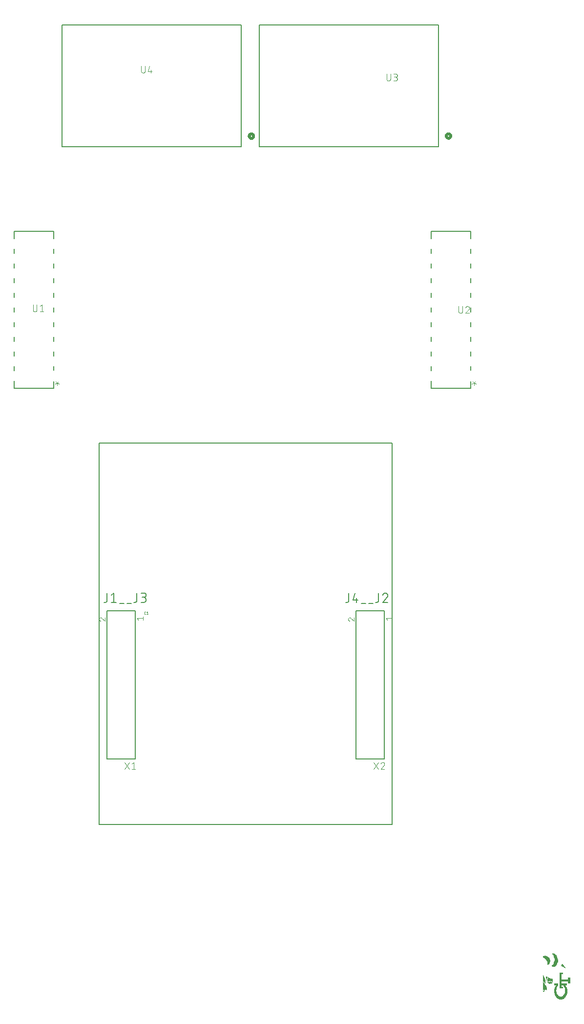
<source format=gbr>
G04 EAGLE Gerber RS-274X export*
G75*
%MOMM*%
%FSLAX34Y34*%
%LPD*%
%INSilkscreen Top*%
%IPPOS*%
%AMOC8*
5,1,8,0,0,1.08239X$1,22.5*%
G01*
%ADD10R,0.050800X1.016000*%
%ADD11R,0.050800X1.066800*%
%ADD12R,0.050800X0.355600*%
%ADD13R,0.050800X0.152400*%
%ADD14R,0.050800X0.863600*%
%ADD15R,0.050800X1.168400*%
%ADD16R,0.050800X1.371600*%
%ADD17R,0.050800X0.304800*%
%ADD18R,0.050800X1.574800*%
%ADD19R,0.050800X1.778000*%
%ADD20R,0.050800X1.930400*%
%ADD21R,0.050800X2.387600*%
%ADD22R,0.050800X0.050800*%
%ADD23R,0.050800X0.914400*%
%ADD24R,0.050800X0.762000*%
%ADD25R,0.050800X0.711200*%
%ADD26R,0.050800X0.660400*%
%ADD27R,0.050800X0.203200*%
%ADD28R,0.050800X0.558800*%
%ADD29R,0.050800X0.609600*%
%ADD30R,0.050800X0.508000*%
%ADD31R,0.050800X0.406400*%
%ADD32R,0.050800X0.254000*%
%ADD33R,0.050800X0.457200*%
%ADD34R,0.050800X2.692400*%
%ADD35R,0.050800X1.219200*%
%ADD36R,0.050800X1.422400*%
%ADD37R,0.050800X0.812800*%
%ADD38R,0.050800X0.965200*%
%ADD39R,0.050800X1.828800*%
%ADD40R,0.050800X1.879600*%
%ADD41R,0.050800X1.727200*%
%ADD42R,0.050800X1.981200*%
%ADD43R,0.050800X2.032000*%
%ADD44R,0.050800X2.133600*%
%ADD45R,0.050800X1.117600*%
%ADD46R,0.050800X0.101600*%
%ADD47R,0.050800X1.320800*%
%ADD48R,0.050800X1.270000*%
%ADD49C,0.152400*%
%ADD50C,0.203200*%
%ADD51C,0.076200*%
%ADD52C,0.101600*%
%ADD53C,0.050800*%
%ADD54C,0.508000*%


D10*
X531114Y-668020D03*
D11*
X530606Y-667766D03*
X530098Y-667766D03*
X529590Y-667766D03*
X529082Y-667766D03*
X528574Y-667766D03*
X528066Y-667766D03*
D12*
X527558Y-667766D03*
X527050Y-667766D03*
D13*
X526542Y-686562D03*
D12*
X526542Y-667766D03*
D14*
X526034Y-686562D03*
D12*
X526034Y-667766D03*
D15*
X525526Y-686562D03*
D12*
X525526Y-667766D03*
D16*
X525018Y-686562D03*
D17*
X525018Y-674624D03*
D12*
X525018Y-667766D03*
D18*
X524510Y-686562D03*
D12*
X524510Y-674878D03*
X524510Y-667766D03*
D19*
X524002Y-686562D03*
D12*
X524002Y-674878D03*
X524002Y-667766D03*
D20*
X523494Y-686816D03*
D12*
X523494Y-674878D03*
X523494Y-667766D03*
D21*
X522986Y-685038D03*
D12*
X522986Y-667766D03*
D22*
X522986Y-646430D03*
D23*
X522478Y-692912D03*
X522478Y-677672D03*
D12*
X522478Y-667766D03*
D22*
X522478Y-645922D03*
D24*
X521970Y-694182D03*
X521970Y-676910D03*
D12*
X521970Y-667766D03*
D13*
X521970Y-645414D03*
D25*
X521462Y-694944D03*
D26*
X521462Y-676402D03*
D12*
X521462Y-667766D03*
D27*
X521462Y-644652D03*
D25*
X520954Y-695452D03*
D28*
X520954Y-675894D03*
D12*
X520954Y-667766D03*
D27*
X520954Y-644144D03*
D29*
X520446Y-695960D03*
D30*
X520446Y-675640D03*
D12*
X520446Y-667766D03*
D17*
X520446Y-643636D03*
D29*
X519938Y-696468D03*
D31*
X519938Y-675132D03*
D12*
X519938Y-667766D03*
D17*
X519938Y-643128D03*
D29*
X519430Y-696976D03*
D12*
X519430Y-674878D03*
X519430Y-667766D03*
D17*
X519430Y-642620D03*
D28*
X518922Y-697230D03*
D32*
X518922Y-680466D03*
D12*
X518922Y-674878D03*
X518922Y-667766D03*
D27*
X518922Y-655828D03*
D31*
X518922Y-642112D03*
D28*
X518414Y-697230D03*
D32*
X518414Y-680466D03*
D12*
X518414Y-674878D03*
X518414Y-667766D03*
D32*
X518414Y-656082D03*
D31*
X518414Y-641604D03*
D28*
X517906Y-697738D03*
D32*
X517906Y-680466D03*
D12*
X517906Y-674878D03*
X517906Y-667766D03*
D32*
X517906Y-656082D03*
D33*
X517906Y-641350D03*
D30*
X517398Y-697992D03*
D32*
X517398Y-680466D03*
D12*
X517398Y-674878D03*
X517398Y-667766D03*
D32*
X517398Y-656082D03*
D31*
X517398Y-641096D03*
D30*
X516890Y-697992D03*
D32*
X516890Y-680466D03*
D12*
X516890Y-674878D03*
X516890Y-667766D03*
D32*
X516890Y-656082D03*
X516890Y-641858D03*
D30*
X516382Y-697992D03*
D34*
X516382Y-668274D03*
D13*
X516382Y-642366D03*
D28*
X515874Y-698246D03*
D34*
X515874Y-668274D03*
D28*
X515366Y-698246D03*
D34*
X515366Y-668274D03*
D28*
X514858Y-698246D03*
D34*
X514858Y-668274D03*
D28*
X514350Y-698246D03*
D34*
X514350Y-668274D03*
D30*
X513842Y-697992D03*
D34*
X513842Y-668274D03*
D30*
X513334Y-697992D03*
D34*
X513334Y-668274D03*
D30*
X512826Y-697992D03*
D28*
X512318Y-697738D03*
D30*
X511810Y-697484D03*
D28*
X511302Y-697230D03*
X510794Y-696722D03*
X510286Y-696722D03*
D12*
X510286Y-674878D03*
D29*
X509778Y-695960D03*
D31*
X509778Y-675132D03*
D33*
X509778Y-633730D03*
D29*
X509270Y-695452D03*
D30*
X509270Y-675640D03*
D23*
X509270Y-633476D03*
D26*
X508762Y-695198D03*
D28*
X508762Y-675894D03*
D35*
X508762Y-633476D03*
D25*
X508254Y-694436D03*
X508254Y-676656D03*
D36*
X508254Y-633476D03*
D37*
X507746Y-693420D03*
X507746Y-677164D03*
D18*
X507746Y-633222D03*
D38*
X507238Y-692150D03*
D25*
X507238Y-680212D03*
D17*
X507238Y-674624D03*
D19*
X507238Y-633222D03*
D39*
X506730Y-686816D03*
D17*
X506730Y-674624D03*
D40*
X506730Y-633222D03*
D41*
X506222Y-686816D03*
D17*
X506222Y-674624D03*
D42*
X506222Y-633222D03*
D18*
X505714Y-686562D03*
D17*
X505714Y-674624D03*
D43*
X505714Y-632968D03*
D16*
X505206Y-686562D03*
D17*
X505206Y-674624D03*
D44*
X505206Y-632968D03*
D45*
X504698Y-686308D03*
D17*
X504698Y-674624D03*
D44*
X504698Y-632968D03*
D24*
X504190Y-686562D03*
D17*
X504190Y-674624D03*
D10*
X504190Y-639064D03*
D37*
X504190Y-625856D03*
X503682Y-640080D03*
D29*
X503682Y-624840D03*
D26*
X503174Y-640842D03*
D33*
X503174Y-624078D03*
D28*
X502666Y-641350D03*
D31*
X502666Y-623316D03*
D33*
X502158Y-641858D03*
D17*
X502158Y-622808D03*
D31*
X501650Y-642112D03*
D32*
X501650Y-622554D03*
D17*
X501142Y-667512D03*
X501142Y-642112D03*
D27*
X501142Y-622300D03*
D22*
X500634Y-671322D03*
D30*
X500634Y-667512D03*
D32*
X500634Y-642366D03*
D46*
X500634Y-622300D03*
D13*
X500126Y-671830D03*
D28*
X500126Y-667258D03*
D13*
X500126Y-642366D03*
X499618Y-671830D03*
D30*
X499618Y-667004D03*
D46*
X499618Y-642620D03*
D32*
X499110Y-671830D03*
D33*
X499110Y-666750D03*
D12*
X498602Y-671830D03*
D31*
X498602Y-667004D03*
D12*
X498094Y-671830D03*
D31*
X498094Y-667004D03*
X497586Y-671576D03*
D17*
X497586Y-667004D03*
D31*
X497078Y-671576D03*
D33*
X497078Y-666750D03*
D12*
X496570Y-671830D03*
D30*
X496570Y-666496D03*
D31*
X496570Y-633984D03*
D12*
X496062Y-671830D03*
D30*
X496062Y-666496D03*
D25*
X496062Y-633984D03*
D12*
X495554Y-671830D03*
D30*
X495554Y-666496D03*
D23*
X495554Y-633984D03*
D17*
X495046Y-672084D03*
D30*
X495046Y-666496D03*
D10*
X495046Y-633984D03*
D32*
X494538Y-671830D03*
D28*
X494538Y-666750D03*
D45*
X494538Y-633984D03*
D32*
X494030Y-671830D03*
D26*
X494030Y-666242D03*
D35*
X494030Y-633984D03*
D27*
X493522Y-671576D03*
D25*
X493522Y-665988D03*
D47*
X493522Y-633984D03*
D13*
X493014Y-671322D03*
D26*
X493014Y-665734D03*
D36*
X493014Y-633984D03*
D46*
X492506Y-670560D03*
D17*
X492506Y-667004D03*
D16*
X492506Y-633730D03*
D11*
X491998Y-631698D03*
D17*
X491490Y-662940D03*
D14*
X491490Y-630682D03*
D27*
X490982Y-682752D03*
D29*
X490982Y-664464D03*
D37*
X490982Y-629920D03*
D33*
X490474Y-681990D03*
D30*
X490474Y-663956D03*
D25*
X490474Y-629412D03*
D28*
X489966Y-681482D03*
D12*
X489966Y-663194D03*
D26*
X489966Y-629158D03*
X489458Y-680974D03*
D46*
X489458Y-661924D03*
D29*
X489458Y-628904D03*
D24*
X488950Y-680466D03*
D29*
X488950Y-628396D03*
D14*
X488442Y-679958D03*
D28*
X488442Y-670814D03*
X488442Y-628142D03*
D23*
X487934Y-679704D03*
D25*
X487934Y-669544D03*
D30*
X487934Y-627888D03*
D22*
X487426Y-686054D03*
D38*
X487426Y-679450D03*
D37*
X487426Y-668528D03*
D33*
X487426Y-627634D03*
D22*
X486918Y-686054D03*
D11*
X486918Y-678942D03*
D14*
X486918Y-667766D03*
D12*
X486918Y-627634D03*
D46*
X486410Y-686308D03*
D45*
X486410Y-678688D03*
D23*
X486410Y-666496D03*
D12*
X486410Y-627634D03*
D46*
X485902Y-686308D03*
D15*
X485902Y-678434D03*
D38*
X485902Y-665734D03*
D17*
X485902Y-627380D03*
D46*
X485394Y-686308D03*
D48*
X485394Y-677926D03*
D38*
X485394Y-665226D03*
D17*
X485394Y-627380D03*
D46*
X484886Y-686308D03*
D47*
X484886Y-677672D03*
D38*
X484886Y-664210D03*
D32*
X484886Y-627634D03*
D13*
X484378Y-686562D03*
D16*
X484378Y-677418D03*
D10*
X484378Y-663448D03*
D27*
X484378Y-627380D03*
D49*
X222250Y-397510D02*
X-285750Y-397510D01*
X222250Y-397510D02*
X222250Y262890D01*
X-285750Y262890D01*
X-285750Y-397510D01*
X-271949Y-9596D02*
X-271949Y3048D01*
X-271950Y-9596D02*
X-271952Y-9714D01*
X-271958Y-9832D01*
X-271967Y-9950D01*
X-271981Y-10067D01*
X-271998Y-10184D01*
X-272019Y-10301D01*
X-272044Y-10416D01*
X-272073Y-10531D01*
X-272106Y-10645D01*
X-272142Y-10757D01*
X-272182Y-10868D01*
X-272225Y-10978D01*
X-272272Y-11087D01*
X-272322Y-11194D01*
X-272377Y-11299D01*
X-272434Y-11402D01*
X-272495Y-11503D01*
X-272559Y-11603D01*
X-272626Y-11700D01*
X-272696Y-11795D01*
X-272770Y-11887D01*
X-272846Y-11978D01*
X-272926Y-12065D01*
X-273008Y-12150D01*
X-273093Y-12232D01*
X-273180Y-12312D01*
X-273271Y-12388D01*
X-273363Y-12462D01*
X-273458Y-12532D01*
X-273555Y-12599D01*
X-273655Y-12663D01*
X-273756Y-12724D01*
X-273859Y-12781D01*
X-273964Y-12836D01*
X-274071Y-12886D01*
X-274180Y-12933D01*
X-274290Y-12976D01*
X-274401Y-13016D01*
X-274513Y-13052D01*
X-274627Y-13085D01*
X-274742Y-13114D01*
X-274857Y-13139D01*
X-274974Y-13160D01*
X-275091Y-13177D01*
X-275208Y-13191D01*
X-275326Y-13200D01*
X-275444Y-13206D01*
X-275562Y-13208D01*
X-277368Y-13208D01*
X-264882Y-564D02*
X-260367Y3048D01*
X-260367Y-13208D01*
X-264882Y-13208D02*
X-255851Y-13208D01*
X-249911Y-15014D02*
X-242686Y-15014D01*
X-237406Y-15014D02*
X-230181Y-15014D01*
X-220366Y-9596D02*
X-220366Y3048D01*
X-220367Y-9596D02*
X-220369Y-9714D01*
X-220375Y-9832D01*
X-220384Y-9950D01*
X-220398Y-10067D01*
X-220415Y-10184D01*
X-220436Y-10301D01*
X-220461Y-10416D01*
X-220490Y-10531D01*
X-220523Y-10645D01*
X-220559Y-10757D01*
X-220599Y-10868D01*
X-220642Y-10978D01*
X-220689Y-11087D01*
X-220739Y-11194D01*
X-220794Y-11299D01*
X-220851Y-11402D01*
X-220912Y-11503D01*
X-220976Y-11603D01*
X-221043Y-11700D01*
X-221113Y-11795D01*
X-221187Y-11887D01*
X-221263Y-11978D01*
X-221343Y-12065D01*
X-221425Y-12150D01*
X-221510Y-12232D01*
X-221597Y-12312D01*
X-221688Y-12388D01*
X-221780Y-12462D01*
X-221875Y-12532D01*
X-221972Y-12599D01*
X-222072Y-12663D01*
X-222173Y-12724D01*
X-222276Y-12781D01*
X-222381Y-12836D01*
X-222488Y-12886D01*
X-222597Y-12933D01*
X-222707Y-12976D01*
X-222818Y-13016D01*
X-222930Y-13052D01*
X-223044Y-13085D01*
X-223159Y-13114D01*
X-223274Y-13139D01*
X-223391Y-13160D01*
X-223508Y-13177D01*
X-223625Y-13191D01*
X-223743Y-13200D01*
X-223861Y-13206D01*
X-223979Y-13208D01*
X-225785Y-13208D01*
X-213299Y-13208D02*
X-208784Y-13208D01*
X-208651Y-13206D01*
X-208519Y-13200D01*
X-208387Y-13190D01*
X-208255Y-13177D01*
X-208123Y-13159D01*
X-207993Y-13138D01*
X-207862Y-13113D01*
X-207733Y-13084D01*
X-207605Y-13051D01*
X-207477Y-13015D01*
X-207351Y-12975D01*
X-207226Y-12931D01*
X-207102Y-12883D01*
X-206980Y-12832D01*
X-206859Y-12777D01*
X-206740Y-12719D01*
X-206622Y-12657D01*
X-206507Y-12592D01*
X-206393Y-12523D01*
X-206282Y-12452D01*
X-206173Y-12376D01*
X-206066Y-12298D01*
X-205961Y-12217D01*
X-205859Y-12132D01*
X-205759Y-12045D01*
X-205662Y-11955D01*
X-205567Y-11862D01*
X-205476Y-11766D01*
X-205387Y-11668D01*
X-205301Y-11567D01*
X-205218Y-11463D01*
X-205138Y-11357D01*
X-205062Y-11249D01*
X-204988Y-11139D01*
X-204918Y-11026D01*
X-204851Y-10912D01*
X-204788Y-10795D01*
X-204728Y-10677D01*
X-204671Y-10557D01*
X-204618Y-10435D01*
X-204569Y-10312D01*
X-204523Y-10188D01*
X-204481Y-10062D01*
X-204443Y-9935D01*
X-204408Y-9807D01*
X-204377Y-9678D01*
X-204350Y-9549D01*
X-204327Y-9418D01*
X-204307Y-9287D01*
X-204292Y-9155D01*
X-204280Y-9023D01*
X-204272Y-8891D01*
X-204268Y-8758D01*
X-204268Y-8626D01*
X-204272Y-8493D01*
X-204280Y-8361D01*
X-204292Y-8229D01*
X-204307Y-8097D01*
X-204327Y-7966D01*
X-204350Y-7835D01*
X-204377Y-7706D01*
X-204408Y-7577D01*
X-204443Y-7449D01*
X-204481Y-7322D01*
X-204523Y-7196D01*
X-204569Y-7072D01*
X-204618Y-6949D01*
X-204671Y-6827D01*
X-204728Y-6707D01*
X-204788Y-6589D01*
X-204851Y-6472D01*
X-204918Y-6358D01*
X-204988Y-6245D01*
X-205062Y-6135D01*
X-205138Y-6027D01*
X-205218Y-5921D01*
X-205301Y-5817D01*
X-205387Y-5716D01*
X-205476Y-5618D01*
X-205567Y-5522D01*
X-205662Y-5429D01*
X-205759Y-5339D01*
X-205859Y-5252D01*
X-205961Y-5167D01*
X-206066Y-5086D01*
X-206173Y-5008D01*
X-206282Y-4932D01*
X-206393Y-4861D01*
X-206507Y-4792D01*
X-206622Y-4727D01*
X-206740Y-4665D01*
X-206859Y-4607D01*
X-206980Y-4552D01*
X-207102Y-4501D01*
X-207226Y-4453D01*
X-207351Y-4409D01*
X-207477Y-4369D01*
X-207605Y-4333D01*
X-207733Y-4300D01*
X-207862Y-4271D01*
X-207993Y-4246D01*
X-208123Y-4225D01*
X-208255Y-4207D01*
X-208387Y-4194D01*
X-208519Y-4184D01*
X-208651Y-4178D01*
X-208784Y-4176D01*
X-207881Y3048D02*
X-213299Y3048D01*
X-207881Y3048D02*
X-207762Y3046D01*
X-207642Y3040D01*
X-207523Y3030D01*
X-207405Y3016D01*
X-207286Y2999D01*
X-207169Y2977D01*
X-207052Y2952D01*
X-206937Y2922D01*
X-206822Y2889D01*
X-206708Y2852D01*
X-206596Y2812D01*
X-206485Y2767D01*
X-206376Y2719D01*
X-206268Y2668D01*
X-206162Y2613D01*
X-206058Y2554D01*
X-205956Y2492D01*
X-205856Y2427D01*
X-205758Y2358D01*
X-205662Y2286D01*
X-205569Y2211D01*
X-205479Y2134D01*
X-205391Y2053D01*
X-205306Y1969D01*
X-205224Y1882D01*
X-205144Y1793D01*
X-205068Y1701D01*
X-204994Y1607D01*
X-204924Y1510D01*
X-204857Y1412D01*
X-204793Y1311D01*
X-204733Y1207D01*
X-204676Y1102D01*
X-204623Y995D01*
X-204573Y887D01*
X-204527Y777D01*
X-204485Y665D01*
X-204446Y552D01*
X-204411Y438D01*
X-204380Y323D01*
X-204352Y206D01*
X-204329Y89D01*
X-204309Y-28D01*
X-204293Y-147D01*
X-204281Y-266D01*
X-204273Y-385D01*
X-204269Y-504D01*
X-204269Y-624D01*
X-204273Y-743D01*
X-204281Y-862D01*
X-204293Y-981D01*
X-204309Y-1100D01*
X-204329Y-1217D01*
X-204352Y-1334D01*
X-204380Y-1451D01*
X-204411Y-1566D01*
X-204446Y-1680D01*
X-204485Y-1793D01*
X-204527Y-1905D01*
X-204573Y-2015D01*
X-204623Y-2123D01*
X-204676Y-2230D01*
X-204733Y-2335D01*
X-204793Y-2439D01*
X-204857Y-2540D01*
X-204924Y-2638D01*
X-204994Y-2735D01*
X-205068Y-2829D01*
X-205144Y-2921D01*
X-205224Y-3010D01*
X-205306Y-3097D01*
X-205391Y-3181D01*
X-205479Y-3262D01*
X-205569Y-3339D01*
X-205662Y-3414D01*
X-205758Y-3486D01*
X-205856Y-3555D01*
X-205956Y-3620D01*
X-206058Y-3682D01*
X-206162Y-3741D01*
X-206268Y-3796D01*
X-206376Y-3847D01*
X-206485Y-3895D01*
X-206596Y-3940D01*
X-206708Y-3980D01*
X-206822Y-4017D01*
X-206937Y-4050D01*
X-207052Y-4080D01*
X-207169Y-4105D01*
X-207286Y-4127D01*
X-207405Y-4144D01*
X-207523Y-4158D01*
X-207642Y-4168D01*
X-207762Y-4174D01*
X-207881Y-4176D01*
X-207881Y-4177D02*
X-211493Y-4177D01*
X147151Y-9596D02*
X147151Y3048D01*
X147150Y-9596D02*
X147148Y-9714D01*
X147142Y-9832D01*
X147133Y-9950D01*
X147119Y-10067D01*
X147102Y-10184D01*
X147081Y-10301D01*
X147056Y-10416D01*
X147027Y-10531D01*
X146994Y-10645D01*
X146958Y-10757D01*
X146918Y-10868D01*
X146875Y-10978D01*
X146828Y-11087D01*
X146778Y-11194D01*
X146723Y-11299D01*
X146666Y-11402D01*
X146605Y-11503D01*
X146541Y-11603D01*
X146474Y-11700D01*
X146404Y-11795D01*
X146330Y-11887D01*
X146254Y-11978D01*
X146174Y-12065D01*
X146092Y-12150D01*
X146007Y-12232D01*
X145920Y-12312D01*
X145829Y-12388D01*
X145737Y-12462D01*
X145642Y-12532D01*
X145545Y-12599D01*
X145445Y-12663D01*
X145344Y-12724D01*
X145241Y-12781D01*
X145136Y-12836D01*
X145029Y-12886D01*
X144920Y-12933D01*
X144810Y-12976D01*
X144699Y-13016D01*
X144587Y-13052D01*
X144473Y-13085D01*
X144358Y-13114D01*
X144243Y-13139D01*
X144126Y-13160D01*
X144009Y-13177D01*
X143892Y-13191D01*
X143774Y-13200D01*
X143656Y-13206D01*
X143538Y-13208D01*
X141732Y-13208D01*
X154218Y-9596D02*
X157830Y3048D01*
X154218Y-9596D02*
X163249Y-9596D01*
X160539Y-13208D02*
X160539Y-5983D01*
X169189Y-15014D02*
X176414Y-15014D01*
X181694Y-15014D02*
X188919Y-15014D01*
X198734Y-9596D02*
X198734Y3048D01*
X198733Y-9596D02*
X198731Y-9714D01*
X198725Y-9832D01*
X198716Y-9950D01*
X198702Y-10067D01*
X198685Y-10184D01*
X198664Y-10301D01*
X198639Y-10416D01*
X198610Y-10531D01*
X198577Y-10645D01*
X198541Y-10757D01*
X198501Y-10868D01*
X198458Y-10978D01*
X198411Y-11087D01*
X198361Y-11194D01*
X198306Y-11299D01*
X198249Y-11402D01*
X198188Y-11503D01*
X198124Y-11603D01*
X198057Y-11700D01*
X197987Y-11795D01*
X197913Y-11887D01*
X197837Y-11978D01*
X197757Y-12065D01*
X197675Y-12150D01*
X197590Y-12232D01*
X197503Y-12312D01*
X197412Y-12388D01*
X197320Y-12462D01*
X197225Y-12532D01*
X197128Y-12599D01*
X197028Y-12663D01*
X196927Y-12724D01*
X196824Y-12781D01*
X196719Y-12836D01*
X196612Y-12886D01*
X196503Y-12933D01*
X196393Y-12976D01*
X196282Y-13016D01*
X196170Y-13052D01*
X196056Y-13085D01*
X195941Y-13114D01*
X195826Y-13139D01*
X195709Y-13160D01*
X195592Y-13177D01*
X195475Y-13191D01*
X195357Y-13200D01*
X195239Y-13206D01*
X195121Y-13208D01*
X193315Y-13208D01*
X210768Y3048D02*
X210893Y3046D01*
X211018Y3040D01*
X211143Y3031D01*
X211267Y3017D01*
X211391Y3000D01*
X211515Y2979D01*
X211637Y2954D01*
X211759Y2925D01*
X211880Y2893D01*
X212000Y2857D01*
X212119Y2817D01*
X212236Y2774D01*
X212352Y2727D01*
X212467Y2676D01*
X212579Y2622D01*
X212691Y2564D01*
X212800Y2504D01*
X212907Y2439D01*
X213013Y2372D01*
X213116Y2301D01*
X213217Y2227D01*
X213316Y2150D01*
X213412Y2070D01*
X213506Y1987D01*
X213597Y1902D01*
X213686Y1813D01*
X213771Y1722D01*
X213854Y1628D01*
X213934Y1532D01*
X214011Y1433D01*
X214085Y1332D01*
X214156Y1229D01*
X214223Y1123D01*
X214288Y1016D01*
X214348Y907D01*
X214406Y795D01*
X214460Y683D01*
X214511Y568D01*
X214558Y452D01*
X214601Y335D01*
X214641Y216D01*
X214677Y96D01*
X214709Y-25D01*
X214738Y-147D01*
X214763Y-269D01*
X214784Y-393D01*
X214801Y-517D01*
X214815Y-641D01*
X214824Y-766D01*
X214830Y-891D01*
X214832Y-1016D01*
X210768Y3048D02*
X210625Y3046D01*
X210483Y3040D01*
X210340Y3030D01*
X210198Y3017D01*
X210057Y2999D01*
X209915Y2978D01*
X209775Y2953D01*
X209635Y2924D01*
X209496Y2891D01*
X209358Y2854D01*
X209221Y2814D01*
X209086Y2770D01*
X208951Y2722D01*
X208818Y2670D01*
X208686Y2615D01*
X208556Y2556D01*
X208428Y2494D01*
X208301Y2428D01*
X208176Y2359D01*
X208053Y2287D01*
X207933Y2211D01*
X207814Y2132D01*
X207697Y2049D01*
X207583Y1964D01*
X207471Y1875D01*
X207362Y1784D01*
X207255Y1689D01*
X207150Y1592D01*
X207049Y1491D01*
X206950Y1388D01*
X206854Y1283D01*
X206761Y1174D01*
X206671Y1063D01*
X206584Y950D01*
X206500Y835D01*
X206420Y717D01*
X206342Y597D01*
X206268Y475D01*
X206198Y351D01*
X206130Y225D01*
X206067Y97D01*
X206006Y-32D01*
X205949Y-163D01*
X205896Y-295D01*
X205847Y-429D01*
X205801Y-564D01*
X213477Y-4177D02*
X213571Y-4085D01*
X213661Y-3991D01*
X213749Y-3894D01*
X213834Y-3794D01*
X213916Y-3692D01*
X213994Y-3587D01*
X214070Y-3480D01*
X214142Y-3371D01*
X214211Y-3260D01*
X214277Y-3146D01*
X214339Y-3031D01*
X214398Y-2914D01*
X214453Y-2795D01*
X214504Y-2675D01*
X214552Y-2553D01*
X214597Y-2430D01*
X214637Y-2306D01*
X214674Y-2180D01*
X214707Y-2053D01*
X214736Y-1926D01*
X214762Y-1797D01*
X214783Y-1668D01*
X214801Y-1538D01*
X214814Y-1408D01*
X214824Y-1278D01*
X214830Y-1147D01*
X214832Y-1016D01*
X213477Y-4177D02*
X205801Y-13208D01*
X214832Y-13208D01*
D50*
X-271900Y-27920D02*
X-271900Y-284500D01*
X-271900Y-27920D02*
X-223400Y-27920D01*
X-223400Y-284500D01*
X-271900Y-284500D01*
D51*
X-217814Y-43609D02*
X-220089Y-40765D01*
X-209851Y-40765D01*
X-209851Y-43609D02*
X-209851Y-37921D01*
X-283150Y-39671D02*
X-283251Y-39673D01*
X-283351Y-39679D01*
X-283451Y-39689D01*
X-283550Y-39703D01*
X-283649Y-39720D01*
X-283748Y-39742D01*
X-283845Y-39767D01*
X-283941Y-39796D01*
X-284036Y-39829D01*
X-284130Y-39866D01*
X-284222Y-39906D01*
X-284312Y-39950D01*
X-284401Y-39997D01*
X-284488Y-40048D01*
X-284572Y-40102D01*
X-284655Y-40160D01*
X-284735Y-40221D01*
X-284813Y-40284D01*
X-284888Y-40351D01*
X-284960Y-40421D01*
X-285030Y-40493D01*
X-285097Y-40568D01*
X-285160Y-40646D01*
X-285221Y-40726D01*
X-285279Y-40809D01*
X-285333Y-40893D01*
X-285384Y-40980D01*
X-285431Y-41069D01*
X-285475Y-41159D01*
X-285515Y-41251D01*
X-285552Y-41345D01*
X-285585Y-41440D01*
X-285614Y-41536D01*
X-285639Y-41633D01*
X-285661Y-41732D01*
X-285678Y-41831D01*
X-285692Y-41930D01*
X-285702Y-42030D01*
X-285708Y-42130D01*
X-285710Y-42231D01*
X-285709Y-42231D02*
X-285707Y-42343D01*
X-285701Y-42454D01*
X-285692Y-42566D01*
X-285679Y-42677D01*
X-285662Y-42787D01*
X-285641Y-42897D01*
X-285616Y-43006D01*
X-285588Y-43114D01*
X-285556Y-43221D01*
X-285521Y-43327D01*
X-285482Y-43432D01*
X-285439Y-43535D01*
X-285393Y-43637D01*
X-285344Y-43737D01*
X-285291Y-43836D01*
X-285235Y-43932D01*
X-285175Y-44027D01*
X-285113Y-44119D01*
X-285047Y-44210D01*
X-284978Y-44298D01*
X-284906Y-44384D01*
X-284832Y-44467D01*
X-284754Y-44547D01*
X-284674Y-44625D01*
X-284592Y-44701D01*
X-284506Y-44773D01*
X-284419Y-44842D01*
X-284329Y-44909D01*
X-284237Y-44972D01*
X-284143Y-45032D01*
X-284047Y-45089D01*
X-283948Y-45143D01*
X-283849Y-45193D01*
X-283747Y-45240D01*
X-283644Y-45283D01*
X-283540Y-45323D01*
X-283434Y-45359D01*
X-281159Y-40524D02*
X-281230Y-40452D01*
X-281304Y-40383D01*
X-281380Y-40316D01*
X-281459Y-40253D01*
X-281540Y-40192D01*
X-281623Y-40134D01*
X-281708Y-40079D01*
X-281795Y-40028D01*
X-281884Y-39980D01*
X-281975Y-39935D01*
X-282067Y-39893D01*
X-282161Y-39855D01*
X-282256Y-39820D01*
X-282352Y-39789D01*
X-282450Y-39762D01*
X-282548Y-39738D01*
X-282647Y-39717D01*
X-282747Y-39701D01*
X-282847Y-39688D01*
X-282948Y-39678D01*
X-283049Y-39673D01*
X-283150Y-39671D01*
X-281159Y-40524D02*
X-275471Y-45359D01*
X-275471Y-39671D01*
D52*
X-233539Y-290068D02*
X-241328Y-301752D01*
X-233539Y-301752D02*
X-241328Y-290068D01*
X-229249Y-292664D02*
X-226004Y-290068D01*
X-226004Y-301752D01*
X-229249Y-301752D02*
X-222758Y-301752D01*
D50*
X159900Y-284500D02*
X159900Y-27920D01*
X208400Y-27920D01*
X208400Y-284500D01*
X159900Y-284500D01*
D51*
X213986Y-43609D02*
X211711Y-40765D01*
X221949Y-40765D01*
X221949Y-43609D02*
X221949Y-37921D01*
X148651Y-39671D02*
X148550Y-39673D01*
X148450Y-39679D01*
X148350Y-39689D01*
X148251Y-39703D01*
X148152Y-39720D01*
X148053Y-39742D01*
X147956Y-39767D01*
X147860Y-39796D01*
X147765Y-39829D01*
X147671Y-39866D01*
X147579Y-39906D01*
X147489Y-39950D01*
X147400Y-39997D01*
X147313Y-40048D01*
X147229Y-40102D01*
X147146Y-40160D01*
X147066Y-40221D01*
X146988Y-40284D01*
X146913Y-40351D01*
X146841Y-40421D01*
X146771Y-40493D01*
X146704Y-40568D01*
X146641Y-40646D01*
X146580Y-40726D01*
X146522Y-40809D01*
X146468Y-40893D01*
X146417Y-40980D01*
X146370Y-41069D01*
X146326Y-41159D01*
X146286Y-41251D01*
X146249Y-41345D01*
X146216Y-41440D01*
X146187Y-41536D01*
X146162Y-41633D01*
X146140Y-41732D01*
X146123Y-41831D01*
X146109Y-41930D01*
X146099Y-42030D01*
X146093Y-42130D01*
X146091Y-42231D01*
X146093Y-42343D01*
X146099Y-42454D01*
X146108Y-42566D01*
X146121Y-42677D01*
X146138Y-42787D01*
X146159Y-42897D01*
X146184Y-43006D01*
X146212Y-43114D01*
X146244Y-43221D01*
X146279Y-43327D01*
X146318Y-43432D01*
X146361Y-43535D01*
X146407Y-43637D01*
X146456Y-43737D01*
X146509Y-43836D01*
X146565Y-43932D01*
X146625Y-44027D01*
X146687Y-44119D01*
X146753Y-44210D01*
X146822Y-44298D01*
X146894Y-44384D01*
X146968Y-44467D01*
X147046Y-44547D01*
X147126Y-44625D01*
X147208Y-44701D01*
X147294Y-44773D01*
X147381Y-44842D01*
X147471Y-44909D01*
X147563Y-44972D01*
X147657Y-45032D01*
X147753Y-45089D01*
X147852Y-45143D01*
X147951Y-45193D01*
X148053Y-45240D01*
X148156Y-45283D01*
X148260Y-45323D01*
X148366Y-45359D01*
X150642Y-40524D02*
X150571Y-40452D01*
X150497Y-40383D01*
X150421Y-40316D01*
X150342Y-40253D01*
X150261Y-40192D01*
X150178Y-40134D01*
X150093Y-40079D01*
X150006Y-40028D01*
X149917Y-39980D01*
X149826Y-39935D01*
X149734Y-39893D01*
X149640Y-39855D01*
X149545Y-39820D01*
X149449Y-39789D01*
X149351Y-39762D01*
X149253Y-39738D01*
X149154Y-39717D01*
X149054Y-39701D01*
X148954Y-39688D01*
X148853Y-39678D01*
X148752Y-39673D01*
X148651Y-39671D01*
X150641Y-40524D02*
X156329Y-45359D01*
X156329Y-39671D01*
D52*
X198261Y-290068D02*
X190472Y-301752D01*
X198261Y-301752D02*
X190472Y-290068D01*
X206121Y-290068D02*
X206228Y-290070D01*
X206334Y-290076D01*
X206440Y-290086D01*
X206546Y-290099D01*
X206652Y-290117D01*
X206756Y-290138D01*
X206860Y-290163D01*
X206963Y-290192D01*
X207064Y-290224D01*
X207164Y-290261D01*
X207263Y-290301D01*
X207361Y-290344D01*
X207457Y-290391D01*
X207551Y-290442D01*
X207643Y-290496D01*
X207733Y-290553D01*
X207821Y-290613D01*
X207906Y-290677D01*
X207989Y-290744D01*
X208070Y-290814D01*
X208148Y-290886D01*
X208224Y-290962D01*
X208296Y-291040D01*
X208366Y-291121D01*
X208433Y-291204D01*
X208497Y-291289D01*
X208557Y-291377D01*
X208614Y-291467D01*
X208668Y-291559D01*
X208719Y-291653D01*
X208766Y-291749D01*
X208809Y-291847D01*
X208849Y-291946D01*
X208886Y-292046D01*
X208918Y-292147D01*
X208947Y-292250D01*
X208972Y-292354D01*
X208993Y-292458D01*
X209011Y-292564D01*
X209024Y-292670D01*
X209034Y-292776D01*
X209040Y-292882D01*
X209042Y-292989D01*
X206121Y-290068D02*
X206000Y-290070D01*
X205879Y-290076D01*
X205759Y-290086D01*
X205638Y-290099D01*
X205519Y-290117D01*
X205399Y-290138D01*
X205281Y-290163D01*
X205164Y-290192D01*
X205047Y-290225D01*
X204932Y-290261D01*
X204818Y-290302D01*
X204705Y-290345D01*
X204593Y-290393D01*
X204484Y-290444D01*
X204376Y-290499D01*
X204269Y-290557D01*
X204165Y-290618D01*
X204063Y-290683D01*
X203963Y-290751D01*
X203865Y-290822D01*
X203769Y-290896D01*
X203676Y-290973D01*
X203586Y-291054D01*
X203498Y-291137D01*
X203413Y-291223D01*
X203330Y-291312D01*
X203251Y-291403D01*
X203174Y-291497D01*
X203101Y-291593D01*
X203031Y-291691D01*
X202964Y-291792D01*
X202900Y-291895D01*
X202840Y-292000D01*
X202782Y-292107D01*
X202729Y-292215D01*
X202679Y-292325D01*
X202633Y-292437D01*
X202590Y-292550D01*
X202551Y-292665D01*
X208068Y-295261D02*
X208147Y-295183D01*
X208223Y-295103D01*
X208296Y-295020D01*
X208366Y-294934D01*
X208433Y-294847D01*
X208497Y-294756D01*
X208557Y-294664D01*
X208615Y-294570D01*
X208669Y-294473D01*
X208719Y-294375D01*
X208766Y-294275D01*
X208810Y-294174D01*
X208850Y-294071D01*
X208886Y-293966D01*
X208918Y-293861D01*
X208947Y-293754D01*
X208972Y-293647D01*
X208994Y-293538D01*
X209011Y-293429D01*
X209025Y-293320D01*
X209034Y-293210D01*
X209040Y-293099D01*
X209042Y-292989D01*
X208068Y-295261D02*
X202551Y-301752D01*
X209042Y-301752D01*
D49*
X-364173Y629285D02*
X-432753Y629285D01*
X-432753Y616839D01*
X-432753Y357505D02*
X-364173Y357505D01*
X-364173Y369189D01*
X-364173Y389001D02*
X-364173Y395351D01*
X-364173Y413639D02*
X-364173Y420751D01*
X-364173Y439039D02*
X-364173Y446151D01*
X-364173Y464439D02*
X-364173Y471551D01*
X-364173Y489839D02*
X-364173Y496951D01*
X-364173Y515239D02*
X-364173Y522351D01*
X-364173Y540639D02*
X-364173Y547751D01*
X-364173Y566039D02*
X-364173Y573151D01*
X-364173Y591439D02*
X-364173Y598551D01*
X-364173Y616839D02*
X-364173Y629285D01*
X-432753Y598551D02*
X-432753Y591439D01*
X-432753Y573151D02*
X-432753Y566039D01*
X-432753Y547751D02*
X-432753Y540639D01*
X-432753Y522351D02*
X-432753Y515239D01*
X-432753Y496951D02*
X-432753Y489839D01*
X-432753Y471551D02*
X-432753Y464439D01*
X-432753Y446151D02*
X-432753Y439039D01*
X-432753Y420751D02*
X-432753Y413639D01*
X-432753Y395351D02*
X-432753Y388239D01*
X-432753Y369951D02*
X-432753Y357505D01*
D51*
X-358549Y362472D02*
X-358549Y366451D01*
X-360871Y369436D01*
X-358549Y366451D02*
X-356228Y369436D01*
X-358549Y366451D02*
X-362197Y365125D01*
X-358549Y366451D02*
X-354902Y365125D01*
X-400368Y493282D02*
X-400368Y501904D01*
X-400367Y493282D02*
X-400365Y493168D01*
X-400359Y493053D01*
X-400349Y492939D01*
X-400335Y492826D01*
X-400318Y492712D01*
X-400296Y492600D01*
X-400271Y492488D01*
X-400241Y492378D01*
X-400208Y492268D01*
X-400171Y492160D01*
X-400131Y492053D01*
X-400086Y491947D01*
X-400039Y491843D01*
X-399987Y491741D01*
X-399932Y491641D01*
X-399874Y491542D01*
X-399812Y491446D01*
X-399747Y491351D01*
X-399679Y491260D01*
X-399607Y491170D01*
X-399533Y491083D01*
X-399456Y490999D01*
X-399375Y490917D01*
X-399292Y490838D01*
X-399207Y490762D01*
X-399118Y490689D01*
X-399028Y490620D01*
X-398935Y490553D01*
X-398839Y490490D01*
X-398742Y490430D01*
X-398642Y490373D01*
X-398541Y490320D01*
X-398438Y490270D01*
X-398333Y490224D01*
X-398227Y490181D01*
X-398119Y490143D01*
X-398010Y490108D01*
X-397900Y490077D01*
X-397789Y490049D01*
X-397677Y490026D01*
X-397564Y490006D01*
X-397451Y489990D01*
X-397337Y489978D01*
X-397223Y489970D01*
X-397108Y489966D01*
X-396994Y489966D01*
X-396879Y489970D01*
X-396765Y489978D01*
X-396651Y489990D01*
X-396538Y490006D01*
X-396425Y490026D01*
X-396313Y490049D01*
X-396202Y490077D01*
X-396092Y490108D01*
X-395983Y490143D01*
X-395875Y490181D01*
X-395769Y490224D01*
X-395664Y490270D01*
X-395561Y490320D01*
X-395460Y490373D01*
X-395360Y490430D01*
X-395263Y490490D01*
X-395167Y490553D01*
X-395074Y490620D01*
X-394984Y490689D01*
X-394895Y490762D01*
X-394810Y490838D01*
X-394727Y490917D01*
X-394646Y490999D01*
X-394569Y491083D01*
X-394495Y491170D01*
X-394423Y491260D01*
X-394355Y491351D01*
X-394290Y491446D01*
X-394228Y491542D01*
X-394170Y491641D01*
X-394115Y491741D01*
X-394063Y491843D01*
X-394016Y491947D01*
X-393971Y492053D01*
X-393931Y492160D01*
X-393894Y492268D01*
X-393861Y492378D01*
X-393831Y492488D01*
X-393806Y492600D01*
X-393784Y492712D01*
X-393767Y492826D01*
X-393753Y492939D01*
X-393743Y493053D01*
X-393737Y493168D01*
X-393735Y493282D01*
X-393735Y501904D01*
X-388557Y499251D02*
X-385240Y501904D01*
X-385240Y489966D01*
X-381924Y489966D02*
X-388557Y489966D01*
D49*
X289878Y629285D02*
X358458Y629285D01*
X289878Y629285D02*
X289878Y616839D01*
X289878Y357505D02*
X358458Y357505D01*
X358458Y369189D01*
X358458Y389001D02*
X358458Y395351D01*
X358458Y413639D02*
X358458Y420751D01*
X358458Y439039D02*
X358458Y446151D01*
X358458Y464439D02*
X358458Y471551D01*
X358458Y489839D02*
X358458Y496951D01*
X358458Y515239D02*
X358458Y522351D01*
X358458Y540639D02*
X358458Y547751D01*
X358458Y566039D02*
X358458Y573151D01*
X358458Y591439D02*
X358458Y598551D01*
X358458Y616839D02*
X358458Y629285D01*
X289878Y598551D02*
X289878Y591439D01*
X289878Y573151D02*
X289878Y566039D01*
X289878Y547751D02*
X289878Y540639D01*
X289878Y522351D02*
X289878Y515239D01*
X289878Y496951D02*
X289878Y489839D01*
X289878Y471551D02*
X289878Y464439D01*
X289878Y446151D02*
X289878Y439039D01*
X289878Y420751D02*
X289878Y413639D01*
X289878Y395351D02*
X289878Y388239D01*
X289878Y369951D02*
X289878Y357505D01*
D51*
X364081Y362472D02*
X364081Y366451D01*
X361760Y369436D01*
X364081Y366451D02*
X366402Y369436D01*
X364081Y366451D02*
X360433Y365125D01*
X364081Y366451D02*
X367729Y365125D01*
X337503Y490742D02*
X337503Y499364D01*
X337503Y490742D02*
X337505Y490628D01*
X337511Y490513D01*
X337521Y490399D01*
X337535Y490286D01*
X337552Y490172D01*
X337574Y490060D01*
X337599Y489948D01*
X337629Y489838D01*
X337662Y489728D01*
X337699Y489620D01*
X337739Y489513D01*
X337784Y489407D01*
X337831Y489303D01*
X337883Y489201D01*
X337938Y489101D01*
X337996Y489002D01*
X338058Y488906D01*
X338123Y488811D01*
X338191Y488720D01*
X338263Y488630D01*
X338337Y488543D01*
X338414Y488459D01*
X338495Y488377D01*
X338578Y488298D01*
X338663Y488222D01*
X338752Y488149D01*
X338842Y488080D01*
X338935Y488013D01*
X339031Y487950D01*
X339128Y487890D01*
X339228Y487833D01*
X339329Y487780D01*
X339432Y487730D01*
X339537Y487684D01*
X339643Y487641D01*
X339751Y487603D01*
X339860Y487568D01*
X339970Y487537D01*
X340081Y487509D01*
X340193Y487486D01*
X340306Y487466D01*
X340419Y487450D01*
X340533Y487438D01*
X340647Y487430D01*
X340762Y487426D01*
X340876Y487426D01*
X340991Y487430D01*
X341105Y487438D01*
X341219Y487450D01*
X341332Y487466D01*
X341445Y487486D01*
X341557Y487509D01*
X341668Y487537D01*
X341778Y487568D01*
X341887Y487603D01*
X341995Y487641D01*
X342101Y487684D01*
X342206Y487730D01*
X342309Y487780D01*
X342410Y487833D01*
X342510Y487890D01*
X342607Y487950D01*
X342703Y488013D01*
X342796Y488080D01*
X342886Y488149D01*
X342975Y488222D01*
X343060Y488298D01*
X343143Y488377D01*
X343224Y488459D01*
X343301Y488543D01*
X343375Y488630D01*
X343447Y488720D01*
X343515Y488811D01*
X343580Y488906D01*
X343642Y489002D01*
X343700Y489101D01*
X343755Y489201D01*
X343807Y489303D01*
X343854Y489407D01*
X343899Y489513D01*
X343939Y489620D01*
X343976Y489728D01*
X344009Y489838D01*
X344039Y489948D01*
X344064Y490060D01*
X344086Y490172D01*
X344103Y490286D01*
X344117Y490399D01*
X344127Y490513D01*
X344133Y490628D01*
X344135Y490742D01*
X344135Y499364D01*
X352961Y499365D02*
X353068Y499363D01*
X353174Y499357D01*
X353280Y499348D01*
X353386Y499335D01*
X353491Y499318D01*
X353596Y499297D01*
X353699Y499272D01*
X353802Y499244D01*
X353904Y499212D01*
X354004Y499177D01*
X354103Y499138D01*
X354201Y499095D01*
X354297Y499049D01*
X354392Y499000D01*
X354484Y498947D01*
X354575Y498891D01*
X354663Y498832D01*
X354750Y498770D01*
X354834Y498704D01*
X354916Y498636D01*
X354995Y498565D01*
X355072Y498491D01*
X355146Y498414D01*
X355217Y498335D01*
X355285Y498253D01*
X355351Y498169D01*
X355413Y498082D01*
X355472Y497994D01*
X355528Y497903D01*
X355581Y497811D01*
X355630Y497716D01*
X355676Y497620D01*
X355719Y497522D01*
X355758Y497423D01*
X355793Y497323D01*
X355825Y497221D01*
X355853Y497118D01*
X355878Y497015D01*
X355899Y496910D01*
X355916Y496805D01*
X355929Y496699D01*
X355938Y496593D01*
X355944Y496487D01*
X355946Y496380D01*
X352961Y499364D02*
X352840Y499362D01*
X352720Y499356D01*
X352600Y499347D01*
X352480Y499334D01*
X352361Y499317D01*
X352242Y499296D01*
X352124Y499272D01*
X352007Y499243D01*
X351891Y499212D01*
X351775Y499176D01*
X351661Y499137D01*
X351549Y499094D01*
X351437Y499048D01*
X351327Y498999D01*
X351219Y498945D01*
X351113Y498889D01*
X351008Y498829D01*
X350905Y498766D01*
X350805Y498700D01*
X350706Y498631D01*
X350610Y498558D01*
X350516Y498483D01*
X350424Y498405D01*
X350335Y498323D01*
X350248Y498239D01*
X350165Y498153D01*
X350083Y498064D01*
X350005Y497972D01*
X349930Y497878D01*
X349858Y497781D01*
X349788Y497683D01*
X349722Y497582D01*
X349659Y497479D01*
X349600Y497374D01*
X349543Y497268D01*
X349490Y497159D01*
X349441Y497050D01*
X349395Y496938D01*
X349352Y496825D01*
X349314Y496711D01*
X354951Y494058D02*
X355031Y494138D01*
X355109Y494220D01*
X355183Y494304D01*
X355255Y494392D01*
X355323Y494482D01*
X355389Y494574D01*
X355451Y494668D01*
X355509Y494764D01*
X355564Y494863D01*
X355616Y494963D01*
X355664Y495065D01*
X355709Y495169D01*
X355749Y495274D01*
X355786Y495381D01*
X355820Y495489D01*
X355849Y495598D01*
X355875Y495708D01*
X355896Y495819D01*
X355914Y495930D01*
X355928Y496042D01*
X355938Y496154D01*
X355944Y496267D01*
X355946Y496380D01*
X354951Y494058D02*
X349313Y487426D01*
X355946Y487426D01*
D53*
X-205390Y-33656D02*
X-206388Y-33656D01*
X-206448Y-33654D01*
X-206508Y-33649D01*
X-206568Y-33640D01*
X-206627Y-33627D01*
X-206685Y-33611D01*
X-206742Y-33591D01*
X-206798Y-33568D01*
X-206852Y-33542D01*
X-206904Y-33512D01*
X-206955Y-33479D01*
X-207003Y-33444D01*
X-207050Y-33405D01*
X-207094Y-33364D01*
X-207135Y-33320D01*
X-207174Y-33273D01*
X-207209Y-33225D01*
X-207242Y-33174D01*
X-207272Y-33122D01*
X-207298Y-33068D01*
X-207321Y-33012D01*
X-207341Y-32955D01*
X-207357Y-32897D01*
X-207370Y-32838D01*
X-207379Y-32778D01*
X-207384Y-32718D01*
X-207386Y-32658D01*
X-207386Y-30162D01*
X-207384Y-30099D01*
X-207378Y-30037D01*
X-207368Y-29975D01*
X-207355Y-29914D01*
X-207337Y-29854D01*
X-207316Y-29795D01*
X-207291Y-29737D01*
X-207263Y-29681D01*
X-207231Y-29627D01*
X-207195Y-29575D01*
X-207157Y-29526D01*
X-207116Y-29479D01*
X-207071Y-29435D01*
X-207024Y-29393D01*
X-206975Y-29355D01*
X-206923Y-29319D01*
X-206869Y-29287D01*
X-206813Y-29259D01*
X-206755Y-29234D01*
X-206696Y-29213D01*
X-206636Y-29195D01*
X-206575Y-29182D01*
X-206513Y-29172D01*
X-206451Y-29166D01*
X-206388Y-29164D01*
X-205390Y-29164D01*
X-203621Y-30162D02*
X-202373Y-29164D01*
X-202373Y-33656D01*
X-201126Y-33656D02*
X-203621Y-33656D01*
D49*
X-8382Y986448D02*
X302260Y986448D01*
X-8382Y986448D02*
X-8382Y775882D01*
X302260Y775882D01*
X302260Y986448D01*
D54*
X316230Y794170D02*
X316232Y794292D01*
X316238Y794414D01*
X316248Y794536D01*
X316261Y794657D01*
X316279Y794778D01*
X316300Y794898D01*
X316326Y795018D01*
X316355Y795136D01*
X316387Y795254D01*
X316424Y795371D01*
X316464Y795486D01*
X316508Y795600D01*
X316556Y795712D01*
X316607Y795823D01*
X316662Y795932D01*
X316720Y796040D01*
X316782Y796145D01*
X316847Y796248D01*
X316915Y796350D01*
X316987Y796449D01*
X317061Y796545D01*
X317139Y796640D01*
X317220Y796731D01*
X317303Y796821D01*
X317389Y796907D01*
X317479Y796990D01*
X317570Y797071D01*
X317665Y797149D01*
X317761Y797223D01*
X317860Y797295D01*
X317962Y797363D01*
X318065Y797428D01*
X318170Y797490D01*
X318278Y797548D01*
X318387Y797603D01*
X318498Y797654D01*
X318610Y797702D01*
X318724Y797746D01*
X318839Y797786D01*
X318956Y797823D01*
X319074Y797855D01*
X319192Y797884D01*
X319312Y797910D01*
X319432Y797931D01*
X319553Y797949D01*
X319674Y797962D01*
X319796Y797972D01*
X319918Y797978D01*
X320040Y797980D01*
X320162Y797978D01*
X320284Y797972D01*
X320406Y797962D01*
X320527Y797949D01*
X320648Y797931D01*
X320768Y797910D01*
X320888Y797884D01*
X321006Y797855D01*
X321124Y797823D01*
X321241Y797786D01*
X321356Y797746D01*
X321470Y797702D01*
X321582Y797654D01*
X321693Y797603D01*
X321802Y797548D01*
X321910Y797490D01*
X322015Y797428D01*
X322118Y797363D01*
X322220Y797295D01*
X322319Y797223D01*
X322415Y797149D01*
X322510Y797071D01*
X322601Y796990D01*
X322691Y796907D01*
X322777Y796821D01*
X322860Y796731D01*
X322941Y796640D01*
X323019Y796545D01*
X323093Y796449D01*
X323165Y796350D01*
X323233Y796248D01*
X323298Y796145D01*
X323360Y796040D01*
X323418Y795932D01*
X323473Y795823D01*
X323524Y795712D01*
X323572Y795600D01*
X323616Y795486D01*
X323656Y795371D01*
X323693Y795254D01*
X323725Y795136D01*
X323754Y795018D01*
X323780Y794898D01*
X323801Y794778D01*
X323819Y794657D01*
X323832Y794536D01*
X323842Y794414D01*
X323848Y794292D01*
X323850Y794170D01*
X323848Y794048D01*
X323842Y793926D01*
X323832Y793804D01*
X323819Y793683D01*
X323801Y793562D01*
X323780Y793442D01*
X323754Y793322D01*
X323725Y793204D01*
X323693Y793086D01*
X323656Y792969D01*
X323616Y792854D01*
X323572Y792740D01*
X323524Y792628D01*
X323473Y792517D01*
X323418Y792408D01*
X323360Y792300D01*
X323298Y792195D01*
X323233Y792092D01*
X323165Y791990D01*
X323093Y791891D01*
X323019Y791795D01*
X322941Y791700D01*
X322860Y791609D01*
X322777Y791519D01*
X322691Y791433D01*
X322601Y791350D01*
X322510Y791269D01*
X322415Y791191D01*
X322319Y791117D01*
X322220Y791045D01*
X322118Y790977D01*
X322015Y790912D01*
X321910Y790850D01*
X321802Y790792D01*
X321693Y790737D01*
X321582Y790686D01*
X321470Y790638D01*
X321356Y790594D01*
X321241Y790554D01*
X321124Y790517D01*
X321006Y790485D01*
X320888Y790456D01*
X320768Y790430D01*
X320648Y790409D01*
X320527Y790391D01*
X320406Y790378D01*
X320284Y790368D01*
X320162Y790362D01*
X320040Y790360D01*
X319918Y790362D01*
X319796Y790368D01*
X319674Y790378D01*
X319553Y790391D01*
X319432Y790409D01*
X319312Y790430D01*
X319192Y790456D01*
X319074Y790485D01*
X318956Y790517D01*
X318839Y790554D01*
X318724Y790594D01*
X318610Y790638D01*
X318498Y790686D01*
X318387Y790737D01*
X318278Y790792D01*
X318170Y790850D01*
X318065Y790912D01*
X317962Y790977D01*
X317860Y791045D01*
X317761Y791117D01*
X317665Y791191D01*
X317570Y791269D01*
X317479Y791350D01*
X317389Y791433D01*
X317303Y791519D01*
X317220Y791609D01*
X317139Y791700D01*
X317061Y791795D01*
X316987Y791891D01*
X316915Y791990D01*
X316847Y792092D01*
X316782Y792195D01*
X316720Y792300D01*
X316662Y792408D01*
X316607Y792517D01*
X316556Y792628D01*
X316508Y792740D01*
X316464Y792854D01*
X316424Y792969D01*
X316387Y793086D01*
X316355Y793204D01*
X316326Y793322D01*
X316300Y793442D01*
X316279Y793562D01*
X316261Y793683D01*
X316248Y793804D01*
X316238Y793926D01*
X316232Y794048D01*
X316230Y794170D01*
D51*
X212725Y893117D02*
X212725Y901739D01*
X212725Y893117D02*
X212727Y893003D01*
X212733Y892888D01*
X212743Y892774D01*
X212757Y892661D01*
X212774Y892547D01*
X212796Y892435D01*
X212821Y892323D01*
X212851Y892213D01*
X212884Y892103D01*
X212921Y891995D01*
X212961Y891888D01*
X213006Y891782D01*
X213053Y891678D01*
X213105Y891576D01*
X213160Y891476D01*
X213218Y891377D01*
X213280Y891281D01*
X213345Y891186D01*
X213413Y891095D01*
X213485Y891005D01*
X213559Y890918D01*
X213636Y890834D01*
X213717Y890752D01*
X213800Y890673D01*
X213885Y890597D01*
X213974Y890524D01*
X214064Y890455D01*
X214157Y890388D01*
X214253Y890325D01*
X214350Y890265D01*
X214450Y890208D01*
X214551Y890155D01*
X214654Y890105D01*
X214759Y890059D01*
X214865Y890016D01*
X214973Y889978D01*
X215082Y889943D01*
X215192Y889912D01*
X215303Y889884D01*
X215415Y889861D01*
X215528Y889841D01*
X215641Y889825D01*
X215755Y889813D01*
X215869Y889805D01*
X215984Y889801D01*
X216098Y889801D01*
X216213Y889805D01*
X216327Y889813D01*
X216441Y889825D01*
X216554Y889841D01*
X216667Y889861D01*
X216779Y889884D01*
X216890Y889912D01*
X217000Y889943D01*
X217109Y889978D01*
X217217Y890016D01*
X217323Y890059D01*
X217428Y890105D01*
X217531Y890155D01*
X217632Y890208D01*
X217732Y890265D01*
X217829Y890325D01*
X217925Y890388D01*
X218018Y890455D01*
X218108Y890524D01*
X218197Y890597D01*
X218282Y890673D01*
X218365Y890752D01*
X218446Y890834D01*
X218523Y890918D01*
X218597Y891005D01*
X218669Y891095D01*
X218737Y891186D01*
X218802Y891281D01*
X218864Y891377D01*
X218922Y891476D01*
X218977Y891576D01*
X219029Y891678D01*
X219076Y891782D01*
X219121Y891888D01*
X219161Y891995D01*
X219198Y892103D01*
X219231Y892213D01*
X219261Y892323D01*
X219286Y892435D01*
X219308Y892547D01*
X219325Y892661D01*
X219339Y892774D01*
X219349Y892888D01*
X219355Y893003D01*
X219357Y893117D01*
X219357Y901739D01*
X224536Y889801D02*
X227852Y889801D01*
X227966Y889803D01*
X228081Y889809D01*
X228195Y889819D01*
X228308Y889833D01*
X228422Y889850D01*
X228534Y889872D01*
X228646Y889897D01*
X228756Y889927D01*
X228866Y889960D01*
X228974Y889997D01*
X229081Y890037D01*
X229187Y890082D01*
X229291Y890129D01*
X229393Y890181D01*
X229493Y890236D01*
X229592Y890294D01*
X229688Y890356D01*
X229783Y890421D01*
X229874Y890489D01*
X229964Y890561D01*
X230051Y890635D01*
X230135Y890712D01*
X230217Y890793D01*
X230296Y890876D01*
X230372Y890961D01*
X230445Y891050D01*
X230514Y891140D01*
X230581Y891233D01*
X230644Y891329D01*
X230704Y891426D01*
X230761Y891526D01*
X230814Y891627D01*
X230864Y891730D01*
X230910Y891835D01*
X230953Y891941D01*
X230991Y892049D01*
X231026Y892158D01*
X231057Y892268D01*
X231085Y892379D01*
X231108Y892491D01*
X231128Y892604D01*
X231144Y892717D01*
X231156Y892831D01*
X231164Y892945D01*
X231168Y893060D01*
X231168Y893174D01*
X231164Y893289D01*
X231156Y893403D01*
X231144Y893517D01*
X231128Y893630D01*
X231108Y893743D01*
X231085Y893855D01*
X231057Y893966D01*
X231026Y894076D01*
X230991Y894185D01*
X230953Y894293D01*
X230910Y894399D01*
X230864Y894504D01*
X230814Y894607D01*
X230761Y894708D01*
X230704Y894808D01*
X230644Y894905D01*
X230581Y895001D01*
X230514Y895094D01*
X230445Y895184D01*
X230372Y895273D01*
X230296Y895358D01*
X230217Y895441D01*
X230135Y895522D01*
X230051Y895599D01*
X229964Y895673D01*
X229874Y895745D01*
X229783Y895813D01*
X229688Y895878D01*
X229592Y895940D01*
X229493Y895998D01*
X229393Y896053D01*
X229291Y896105D01*
X229187Y896152D01*
X229081Y896197D01*
X228974Y896237D01*
X228866Y896274D01*
X228756Y896307D01*
X228646Y896337D01*
X228534Y896362D01*
X228422Y896384D01*
X228308Y896401D01*
X228195Y896415D01*
X228081Y896425D01*
X227966Y896431D01*
X227852Y896433D01*
X228515Y901739D02*
X224536Y901739D01*
X228515Y901739D02*
X228617Y901737D01*
X228718Y901731D01*
X228819Y901721D01*
X228920Y901708D01*
X229020Y901690D01*
X229119Y901669D01*
X229218Y901644D01*
X229315Y901615D01*
X229412Y901583D01*
X229507Y901547D01*
X229600Y901507D01*
X229692Y901464D01*
X229782Y901417D01*
X229871Y901366D01*
X229957Y901313D01*
X230041Y901256D01*
X230123Y901196D01*
X230203Y901133D01*
X230280Y901067D01*
X230355Y900998D01*
X230427Y900926D01*
X230496Y900851D01*
X230562Y900774D01*
X230625Y900694D01*
X230685Y900612D01*
X230742Y900528D01*
X230795Y900442D01*
X230846Y900353D01*
X230893Y900263D01*
X230936Y900171D01*
X230976Y900078D01*
X231012Y899983D01*
X231044Y899886D01*
X231073Y899789D01*
X231098Y899690D01*
X231119Y899591D01*
X231137Y899491D01*
X231150Y899390D01*
X231160Y899289D01*
X231166Y899188D01*
X231168Y899086D01*
X231166Y898984D01*
X231160Y898883D01*
X231150Y898782D01*
X231137Y898681D01*
X231119Y898581D01*
X231098Y898482D01*
X231073Y898383D01*
X231044Y898286D01*
X231012Y898189D01*
X230976Y898094D01*
X230936Y898001D01*
X230893Y897909D01*
X230846Y897819D01*
X230795Y897730D01*
X230742Y897644D01*
X230685Y897560D01*
X230625Y897478D01*
X230562Y897398D01*
X230496Y897321D01*
X230427Y897246D01*
X230355Y897174D01*
X230280Y897105D01*
X230203Y897039D01*
X230123Y896976D01*
X230041Y896916D01*
X229957Y896859D01*
X229871Y896806D01*
X229782Y896755D01*
X229692Y896708D01*
X229600Y896665D01*
X229507Y896625D01*
X229412Y896589D01*
X229315Y896557D01*
X229218Y896528D01*
X229119Y896503D01*
X229020Y896482D01*
X228920Y896464D01*
X228819Y896451D01*
X228718Y896441D01*
X228617Y896435D01*
X228515Y896433D01*
X225862Y896433D01*
D49*
X-39434Y986321D02*
X-350076Y986321D01*
X-350076Y775755D01*
X-39434Y775755D01*
X-39434Y986321D01*
D54*
X-25464Y794043D02*
X-25462Y794165D01*
X-25456Y794287D01*
X-25446Y794409D01*
X-25433Y794530D01*
X-25415Y794651D01*
X-25394Y794771D01*
X-25368Y794891D01*
X-25339Y795009D01*
X-25307Y795127D01*
X-25270Y795244D01*
X-25230Y795359D01*
X-25186Y795473D01*
X-25138Y795585D01*
X-25087Y795696D01*
X-25032Y795805D01*
X-24974Y795913D01*
X-24912Y796018D01*
X-24847Y796121D01*
X-24779Y796223D01*
X-24707Y796322D01*
X-24633Y796418D01*
X-24555Y796513D01*
X-24474Y796604D01*
X-24391Y796694D01*
X-24305Y796780D01*
X-24215Y796863D01*
X-24124Y796944D01*
X-24029Y797022D01*
X-23933Y797096D01*
X-23834Y797168D01*
X-23732Y797236D01*
X-23629Y797301D01*
X-23524Y797363D01*
X-23416Y797421D01*
X-23307Y797476D01*
X-23196Y797527D01*
X-23084Y797575D01*
X-22970Y797619D01*
X-22855Y797659D01*
X-22738Y797696D01*
X-22620Y797728D01*
X-22502Y797757D01*
X-22382Y797783D01*
X-22262Y797804D01*
X-22141Y797822D01*
X-22020Y797835D01*
X-21898Y797845D01*
X-21776Y797851D01*
X-21654Y797853D01*
X-21532Y797851D01*
X-21410Y797845D01*
X-21288Y797835D01*
X-21167Y797822D01*
X-21046Y797804D01*
X-20926Y797783D01*
X-20806Y797757D01*
X-20688Y797728D01*
X-20570Y797696D01*
X-20453Y797659D01*
X-20338Y797619D01*
X-20224Y797575D01*
X-20112Y797527D01*
X-20001Y797476D01*
X-19892Y797421D01*
X-19784Y797363D01*
X-19679Y797301D01*
X-19576Y797236D01*
X-19474Y797168D01*
X-19375Y797096D01*
X-19279Y797022D01*
X-19184Y796944D01*
X-19093Y796863D01*
X-19003Y796780D01*
X-18917Y796694D01*
X-18834Y796604D01*
X-18753Y796513D01*
X-18675Y796418D01*
X-18601Y796322D01*
X-18529Y796223D01*
X-18461Y796121D01*
X-18396Y796018D01*
X-18334Y795913D01*
X-18276Y795805D01*
X-18221Y795696D01*
X-18170Y795585D01*
X-18122Y795473D01*
X-18078Y795359D01*
X-18038Y795244D01*
X-18001Y795127D01*
X-17969Y795009D01*
X-17940Y794891D01*
X-17914Y794771D01*
X-17893Y794651D01*
X-17875Y794530D01*
X-17862Y794409D01*
X-17852Y794287D01*
X-17846Y794165D01*
X-17844Y794043D01*
X-17846Y793921D01*
X-17852Y793799D01*
X-17862Y793677D01*
X-17875Y793556D01*
X-17893Y793435D01*
X-17914Y793315D01*
X-17940Y793195D01*
X-17969Y793077D01*
X-18001Y792959D01*
X-18038Y792842D01*
X-18078Y792727D01*
X-18122Y792613D01*
X-18170Y792501D01*
X-18221Y792390D01*
X-18276Y792281D01*
X-18334Y792173D01*
X-18396Y792068D01*
X-18461Y791965D01*
X-18529Y791863D01*
X-18601Y791764D01*
X-18675Y791668D01*
X-18753Y791573D01*
X-18834Y791482D01*
X-18917Y791392D01*
X-19003Y791306D01*
X-19093Y791223D01*
X-19184Y791142D01*
X-19279Y791064D01*
X-19375Y790990D01*
X-19474Y790918D01*
X-19576Y790850D01*
X-19679Y790785D01*
X-19784Y790723D01*
X-19892Y790665D01*
X-20001Y790610D01*
X-20112Y790559D01*
X-20224Y790511D01*
X-20338Y790467D01*
X-20453Y790427D01*
X-20570Y790390D01*
X-20688Y790358D01*
X-20806Y790329D01*
X-20926Y790303D01*
X-21046Y790282D01*
X-21167Y790264D01*
X-21288Y790251D01*
X-21410Y790241D01*
X-21532Y790235D01*
X-21654Y790233D01*
X-21776Y790235D01*
X-21898Y790241D01*
X-22020Y790251D01*
X-22141Y790264D01*
X-22262Y790282D01*
X-22382Y790303D01*
X-22502Y790329D01*
X-22620Y790358D01*
X-22738Y790390D01*
X-22855Y790427D01*
X-22970Y790467D01*
X-23084Y790511D01*
X-23196Y790559D01*
X-23307Y790610D01*
X-23416Y790665D01*
X-23524Y790723D01*
X-23629Y790785D01*
X-23732Y790850D01*
X-23834Y790918D01*
X-23933Y790990D01*
X-24029Y791064D01*
X-24124Y791142D01*
X-24215Y791223D01*
X-24305Y791306D01*
X-24391Y791392D01*
X-24474Y791482D01*
X-24555Y791573D01*
X-24633Y791668D01*
X-24707Y791764D01*
X-24779Y791863D01*
X-24847Y791965D01*
X-24912Y792068D01*
X-24974Y792173D01*
X-25032Y792281D01*
X-25087Y792390D01*
X-25138Y792501D01*
X-25186Y792613D01*
X-25230Y792727D01*
X-25270Y792842D01*
X-25307Y792959D01*
X-25339Y793077D01*
X-25368Y793195D01*
X-25394Y793315D01*
X-25415Y793435D01*
X-25433Y793556D01*
X-25446Y793677D01*
X-25456Y793799D01*
X-25462Y793921D01*
X-25464Y794043D01*
D51*
X-212789Y906960D02*
X-212789Y915582D01*
X-212788Y906960D02*
X-212786Y906846D01*
X-212780Y906731D01*
X-212770Y906617D01*
X-212756Y906504D01*
X-212739Y906390D01*
X-212717Y906278D01*
X-212692Y906166D01*
X-212662Y906056D01*
X-212629Y905946D01*
X-212592Y905838D01*
X-212552Y905731D01*
X-212507Y905625D01*
X-212460Y905521D01*
X-212408Y905419D01*
X-212353Y905319D01*
X-212295Y905220D01*
X-212233Y905124D01*
X-212168Y905029D01*
X-212100Y904938D01*
X-212028Y904848D01*
X-211954Y904761D01*
X-211877Y904677D01*
X-211796Y904595D01*
X-211713Y904516D01*
X-211628Y904440D01*
X-211539Y904367D01*
X-211449Y904298D01*
X-211356Y904231D01*
X-211260Y904168D01*
X-211163Y904108D01*
X-211063Y904051D01*
X-210962Y903998D01*
X-210859Y903948D01*
X-210754Y903902D01*
X-210648Y903859D01*
X-210540Y903821D01*
X-210431Y903786D01*
X-210321Y903755D01*
X-210210Y903727D01*
X-210098Y903704D01*
X-209985Y903684D01*
X-209872Y903668D01*
X-209758Y903656D01*
X-209644Y903648D01*
X-209529Y903644D01*
X-209415Y903644D01*
X-209300Y903648D01*
X-209186Y903656D01*
X-209072Y903668D01*
X-208959Y903684D01*
X-208846Y903704D01*
X-208734Y903727D01*
X-208623Y903755D01*
X-208513Y903786D01*
X-208404Y903821D01*
X-208296Y903859D01*
X-208190Y903902D01*
X-208085Y903948D01*
X-207982Y903998D01*
X-207881Y904051D01*
X-207781Y904108D01*
X-207684Y904168D01*
X-207588Y904231D01*
X-207495Y904298D01*
X-207405Y904367D01*
X-207316Y904440D01*
X-207231Y904516D01*
X-207148Y904595D01*
X-207067Y904677D01*
X-206990Y904761D01*
X-206916Y904848D01*
X-206844Y904938D01*
X-206776Y905029D01*
X-206711Y905124D01*
X-206649Y905220D01*
X-206591Y905319D01*
X-206536Y905419D01*
X-206484Y905521D01*
X-206437Y905625D01*
X-206392Y905731D01*
X-206352Y905838D01*
X-206315Y905946D01*
X-206282Y906056D01*
X-206252Y906166D01*
X-206227Y906278D01*
X-206205Y906390D01*
X-206188Y906504D01*
X-206174Y906617D01*
X-206164Y906731D01*
X-206158Y906846D01*
X-206156Y906960D01*
X-206156Y915582D01*
X-198325Y915582D02*
X-200978Y906297D01*
X-194345Y906297D01*
X-196335Y908950D02*
X-196335Y903644D01*
M02*

</source>
